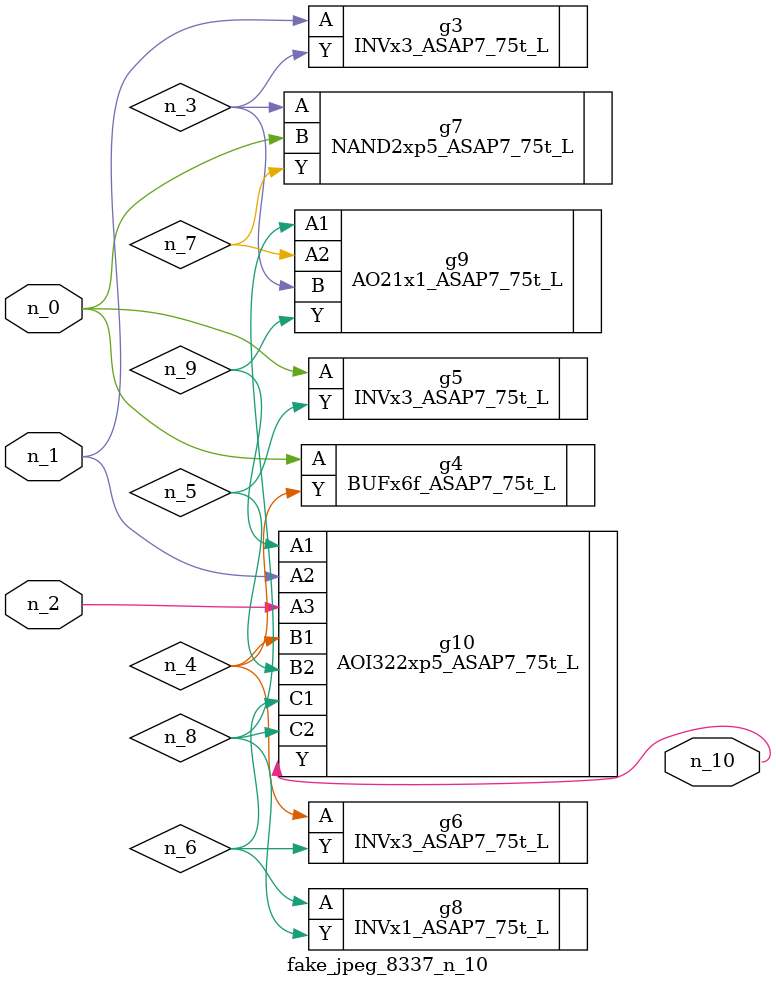
<source format=v>
module fake_jpeg_8337_n_10 (n_0, n_2, n_1, n_10);

input n_0;
input n_2;
input n_1;

output n_10;

wire n_3;
wire n_4;
wire n_8;
wire n_9;
wire n_6;
wire n_5;
wire n_7;

INVx3_ASAP7_75t_L g3 ( 
.A(n_1),
.Y(n_3)
);

BUFx6f_ASAP7_75t_L g4 ( 
.A(n_0),
.Y(n_4)
);

INVx3_ASAP7_75t_L g5 ( 
.A(n_0),
.Y(n_5)
);

INVx3_ASAP7_75t_L g6 ( 
.A(n_4),
.Y(n_6)
);

INVx1_ASAP7_75t_L g8 ( 
.A(n_6),
.Y(n_8)
);

NAND2xp5_ASAP7_75t_L g7 ( 
.A(n_3),
.B(n_0),
.Y(n_7)
);

AO21x1_ASAP7_75t_L g9 ( 
.A1(n_8),
.A2(n_7),
.B(n_3),
.Y(n_9)
);

AOI322xp5_ASAP7_75t_L g10 ( 
.A1(n_9),
.A2(n_1),
.A3(n_2),
.B1(n_4),
.B2(n_5),
.C1(n_6),
.C2(n_8),
.Y(n_10)
);


endmodule
</source>
